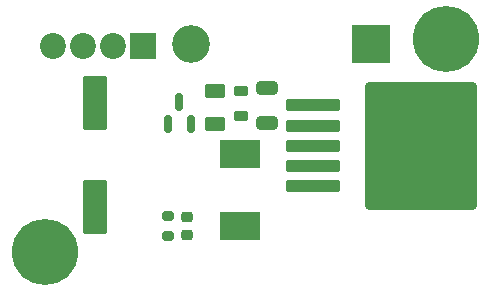
<source format=gbr>
%TF.GenerationSoftware,KiCad,Pcbnew,7.0.2*%
%TF.CreationDate,2023-05-06T19:40:55+10:00*%
%TF.ProjectId,Regulator,52656775-6c61-4746-9f72-2e6b69636164,rev?*%
%TF.SameCoordinates,Original*%
%TF.FileFunction,Soldermask,Top*%
%TF.FilePolarity,Negative*%
%FSLAX46Y46*%
G04 Gerber Fmt 4.6, Leading zero omitted, Abs format (unit mm)*
G04 Created by KiCad (PCBNEW 7.0.2) date 2023-05-06 19:40:55*
%MOMM*%
%LPD*%
G01*
G04 APERTURE LIST*
G04 Aperture macros list*
%AMRoundRect*
0 Rectangle with rounded corners*
0 $1 Rounding radius*
0 $2 $3 $4 $5 $6 $7 $8 $9 X,Y pos of 4 corners*
0 Add a 4 corners polygon primitive as box body*
4,1,4,$2,$3,$4,$5,$6,$7,$8,$9,$2,$3,0*
0 Add four circle primitives for the rounded corners*
1,1,$1+$1,$2,$3*
1,1,$1+$1,$4,$5*
1,1,$1+$1,$6,$7*
1,1,$1+$1,$8,$9*
0 Add four rect primitives between the rounded corners*
20,1,$1+$1,$2,$3,$4,$5,0*
20,1,$1+$1,$4,$5,$6,$7,0*
20,1,$1+$1,$6,$7,$8,$9,0*
20,1,$1+$1,$8,$9,$2,$3,0*%
G04 Aperture macros list end*
%ADD10RoundRect,0.250001X0.799999X-2.049999X0.799999X2.049999X-0.799999X2.049999X-0.799999X-2.049999X0*%
%ADD11C,5.600000*%
%ADD12RoundRect,0.250002X-4.449998X-5.149998X4.449998X-5.149998X4.449998X5.149998X-4.449998X5.149998X0*%
%ADD13RoundRect,0.250000X-2.050000X-0.300000X2.050000X-0.300000X2.050000X0.300000X-2.050000X0.300000X0*%
%ADD14RoundRect,0.200000X0.275000X-0.200000X0.275000X0.200000X-0.275000X0.200000X-0.275000X-0.200000X0*%
%ADD15RoundRect,0.150000X0.150000X-0.587500X0.150000X0.587500X-0.150000X0.587500X-0.150000X-0.587500X0*%
%ADD16R,3.500000X2.350000*%
%ADD17C,2.200000*%
%ADD18R,2.200000X2.200000*%
%ADD19RoundRect,0.218750X0.381250X-0.218750X0.381250X0.218750X-0.381250X0.218750X-0.381250X-0.218750X0*%
%ADD20RoundRect,0.250000X-0.625000X0.375000X-0.625000X-0.375000X0.625000X-0.375000X0.625000X0.375000X0*%
%ADD21RoundRect,0.218750X0.256250X-0.218750X0.256250X0.218750X-0.256250X0.218750X-0.256250X-0.218750X0*%
%ADD22O,3.200000X3.200000*%
%ADD23R,3.200000X3.200000*%
%ADD24RoundRect,0.250000X-0.650000X0.325000X-0.650000X-0.325000X0.650000X-0.325000X0.650000X0.325000X0*%
G04 APERTURE END LIST*
D10*
%TO.C,C1*%
X120250000Y-78400000D03*
X120250000Y-87200000D03*
%TD*%
D11*
%TO.C,H3*%
X150000000Y-73000000D03*
%TD*%
%TO.C,H1*%
X116000000Y-91000000D03*
%TD*%
D12*
%TO.C,U1*%
X147875000Y-82000000D03*
D13*
X138725000Y-85400000D03*
X138725000Y-83700000D03*
X138725000Y-82000000D03*
X138725000Y-80300000D03*
X138725000Y-78600000D03*
%TD*%
D14*
%TO.C,R1*%
X126400000Y-87975000D03*
X126400000Y-89625000D03*
%TD*%
D15*
%TO.C,Q1*%
X127400000Y-78262500D03*
X128350000Y-80137500D03*
X126450000Y-80137500D03*
%TD*%
D16*
%TO.C,L1*%
X132500000Y-88775000D03*
X132500000Y-82725000D03*
%TD*%
D17*
%TO.C,J2*%
X116695000Y-73600000D03*
X119235000Y-73600000D03*
X121775000Y-73600000D03*
D18*
X124315000Y-73600000D03*
%TD*%
D19*
%TO.C,FB1*%
X132600000Y-77337500D03*
X132600000Y-79462500D03*
%TD*%
D20*
%TO.C,F1*%
X130400000Y-80200000D03*
X130400000Y-77400000D03*
%TD*%
D21*
%TO.C,D2*%
X128000000Y-88012500D03*
X128000000Y-89587500D03*
%TD*%
D22*
%TO.C,D1*%
X128380000Y-73400000D03*
D23*
X143620000Y-73400000D03*
%TD*%
D24*
%TO.C,C13*%
X134800000Y-80075000D03*
X134800000Y-77125000D03*
%TD*%
M02*

</source>
